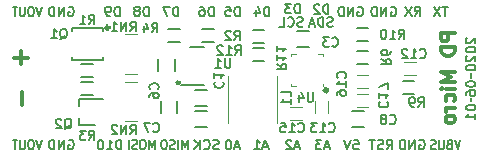
<source format=gbo>
G04 #@! TF.GenerationSoftware,KiCad,Pcbnew,(5.1.5)-3*
G04 #@! TF.CreationDate,2021-01-27T12:55:09+11:00*
G04 #@! TF.ProjectId,PD_Micro,50445f4d-6963-4726-9f2e-6b696361645f,rev?*
G04 #@! TF.SameCoordinates,PX7ce2370PY67d8790*
G04 #@! TF.FileFunction,Legend,Bot*
G04 #@! TF.FilePolarity,Positive*
%FSLAX46Y46*%
G04 Gerber Fmt 4.6, Leading zero omitted, Abs format (unit mm)*
G04 Created by KiCad (PCBNEW (5.1.5)-3) date 2021-01-27 12:55:09*
%MOMM*%
%LPD*%
G04 APERTURE LIST*
%ADD10C,0.150000*%
%ADD11C,0.300000*%
%ADD12C,0.120000*%
%ADD13C,0.200000*%
%ADD14C,0.400000*%
G04 APERTURE END LIST*
D10*
X27521428Y13266191D02*
X27407142Y13228096D01*
X27216666Y13228096D01*
X27140476Y13266191D01*
X27102380Y13304286D01*
X27064285Y13380477D01*
X27064285Y13456667D01*
X27102380Y13532858D01*
X27140476Y13570953D01*
X27216666Y13609048D01*
X27369047Y13647143D01*
X27445238Y13685239D01*
X27483333Y13723334D01*
X27521428Y13799524D01*
X27521428Y13875715D01*
X27483333Y13951905D01*
X27445238Y13990000D01*
X27369047Y14028096D01*
X27178571Y14028096D01*
X27064285Y13990000D01*
X26721428Y13228096D02*
X26721428Y14028096D01*
X26530952Y14028096D01*
X26416666Y13990000D01*
X26340476Y13913810D01*
X26302380Y13837620D01*
X26264285Y13685239D01*
X26264285Y13570953D01*
X26302380Y13418572D01*
X26340476Y13342381D01*
X26416666Y13266191D01*
X26530952Y13228096D01*
X26721428Y13228096D01*
X25959523Y13456667D02*
X25578571Y13456667D01*
X26035714Y13228096D02*
X25769047Y14028096D01*
X25502380Y13228096D01*
X2883333Y14928096D02*
X2650000Y14128096D01*
X2416666Y14928096D01*
X2050000Y14928096D02*
X1916666Y14928096D01*
X1850000Y14890000D01*
X1783333Y14813810D01*
X1750000Y14661429D01*
X1750000Y14394762D01*
X1783333Y14242381D01*
X1850000Y14166191D01*
X1916666Y14128096D01*
X2050000Y14128096D01*
X2116666Y14166191D01*
X2183333Y14242381D01*
X2216666Y14394762D01*
X2216666Y14661429D01*
X2183333Y14813810D01*
X2116666Y14890000D01*
X2050000Y14928096D01*
X1450000Y14928096D02*
X1450000Y14280477D01*
X1416666Y14204286D01*
X1383333Y14166191D01*
X1316666Y14128096D01*
X1183333Y14128096D01*
X1116666Y14166191D01*
X1083333Y14204286D01*
X1050000Y14280477D01*
X1050000Y14928096D01*
X816666Y14928096D02*
X416666Y14928096D01*
X616666Y14128096D02*
X616666Y14928096D01*
X5159523Y14890000D02*
X5235714Y14928096D01*
X5350000Y14928096D01*
X5464285Y14890000D01*
X5540476Y14813810D01*
X5578571Y14737620D01*
X5616666Y14585239D01*
X5616666Y14470953D01*
X5578571Y14318572D01*
X5540476Y14242381D01*
X5464285Y14166191D01*
X5350000Y14128096D01*
X5273809Y14128096D01*
X5159523Y14166191D01*
X5121428Y14204286D01*
X5121428Y14470953D01*
X5273809Y14470953D01*
X4778571Y14128096D02*
X4778571Y14928096D01*
X4321428Y14128096D01*
X4321428Y14928096D01*
X3940476Y14128096D02*
X3940476Y14928096D01*
X3750000Y14928096D01*
X3635714Y14890000D01*
X3559523Y14813810D01*
X3521428Y14737620D01*
X3483333Y14585239D01*
X3483333Y14470953D01*
X3521428Y14318572D01*
X3559523Y14242381D01*
X3635714Y14166191D01*
X3750000Y14128096D01*
X3940476Y14128096D01*
X2883333Y3628096D02*
X2650000Y2828096D01*
X2416666Y3628096D01*
X2050000Y3628096D02*
X1916666Y3628096D01*
X1850000Y3590000D01*
X1783333Y3513810D01*
X1750000Y3361429D01*
X1750000Y3094762D01*
X1783333Y2942381D01*
X1850000Y2866191D01*
X1916666Y2828096D01*
X2050000Y2828096D01*
X2116666Y2866191D01*
X2183333Y2942381D01*
X2216666Y3094762D01*
X2216666Y3361429D01*
X2183333Y3513810D01*
X2116666Y3590000D01*
X2050000Y3628096D01*
X1450000Y3628096D02*
X1450000Y2980477D01*
X1416666Y2904286D01*
X1383333Y2866191D01*
X1316666Y2828096D01*
X1183333Y2828096D01*
X1116666Y2866191D01*
X1083333Y2904286D01*
X1050000Y2980477D01*
X1050000Y3628096D01*
X816666Y3628096D02*
X416666Y3628096D01*
X616666Y2828096D02*
X616666Y3628096D01*
X5159523Y3590000D02*
X5235714Y3628096D01*
X5350000Y3628096D01*
X5464285Y3590000D01*
X5540476Y3513810D01*
X5578571Y3437620D01*
X5616666Y3285239D01*
X5616666Y3170953D01*
X5578571Y3018572D01*
X5540476Y2942381D01*
X5464285Y2866191D01*
X5350000Y2828096D01*
X5273809Y2828096D01*
X5159523Y2866191D01*
X5121428Y2904286D01*
X5121428Y3170953D01*
X5273809Y3170953D01*
X4778571Y2828096D02*
X4778571Y3628096D01*
X4321428Y2828096D01*
X4321428Y3628096D01*
X3940476Y2828096D02*
X3940476Y3628096D01*
X3750000Y3628096D01*
X3635714Y3590000D01*
X3559523Y3513810D01*
X3521428Y3437620D01*
X3483333Y3285239D01*
X3483333Y3170953D01*
X3521428Y3018572D01*
X3559523Y2942381D01*
X3635714Y2866191D01*
X3750000Y2828096D01*
X3940476Y2828096D01*
X39250000Y7190000D02*
X39250000Y6890000D01*
X39250000Y9290000D02*
X39250000Y8890000D01*
X38811904Y6409048D02*
X38811904Y6332858D01*
X38850000Y6256667D01*
X38888095Y6218572D01*
X38964285Y6180477D01*
X39116666Y6142381D01*
X39307142Y6142381D01*
X39459523Y6180477D01*
X39535714Y6218572D01*
X39573809Y6256667D01*
X39611904Y6332858D01*
X39611904Y6409048D01*
X39573809Y6485239D01*
X39535714Y6523334D01*
X39459523Y6561429D01*
X39307142Y6599524D01*
X39116666Y6599524D01*
X38964285Y6561429D01*
X38888095Y6523334D01*
X38850000Y6485239D01*
X38811904Y6409048D01*
X39611904Y5380477D02*
X39611904Y5837620D01*
X39611904Y5609048D02*
X38811904Y5609048D01*
X38926190Y5685239D01*
X39002380Y5761429D01*
X39040476Y5837620D01*
X38811904Y8409048D02*
X38811904Y8332858D01*
X38850000Y8256667D01*
X38888095Y8218572D01*
X38964285Y8180477D01*
X39116666Y8142381D01*
X39307142Y8142381D01*
X39459523Y8180477D01*
X39535714Y8218572D01*
X39573809Y8256667D01*
X39611904Y8332858D01*
X39611904Y8409048D01*
X39573809Y8485239D01*
X39535714Y8523334D01*
X39459523Y8561429D01*
X39307142Y8599524D01*
X39116666Y8599524D01*
X38964285Y8561429D01*
X38888095Y8523334D01*
X38850000Y8485239D01*
X38811904Y8409048D01*
X38811904Y7456667D02*
X38811904Y7609048D01*
X38850000Y7685239D01*
X38888095Y7723334D01*
X39002380Y7799524D01*
X39154761Y7837620D01*
X39459523Y7837620D01*
X39535714Y7799524D01*
X39573809Y7761429D01*
X39611904Y7685239D01*
X39611904Y7532858D01*
X39573809Y7456667D01*
X39535714Y7418572D01*
X39459523Y7380477D01*
X39269047Y7380477D01*
X39192857Y7418572D01*
X39154761Y7456667D01*
X39116666Y7532858D01*
X39116666Y7685239D01*
X39154761Y7761429D01*
X39192857Y7799524D01*
X39269047Y7837620D01*
X25002380Y13266191D02*
X24888095Y13228096D01*
X24697619Y13228096D01*
X24621428Y13266191D01*
X24583333Y13304286D01*
X24545238Y13380477D01*
X24545238Y13456667D01*
X24583333Y13532858D01*
X24621428Y13570953D01*
X24697619Y13609048D01*
X24850000Y13647143D01*
X24926190Y13685239D01*
X24964285Y13723334D01*
X25002380Y13799524D01*
X25002380Y13875715D01*
X24964285Y13951905D01*
X24926190Y13990000D01*
X24850000Y14028096D01*
X24659523Y14028096D01*
X24545238Y13990000D01*
X23745238Y13304286D02*
X23783333Y13266191D01*
X23897619Y13228096D01*
X23973809Y13228096D01*
X24088095Y13266191D01*
X24164285Y13342381D01*
X24202380Y13418572D01*
X24240476Y13570953D01*
X24240476Y13685239D01*
X24202380Y13837620D01*
X24164285Y13913810D01*
X24088095Y13990000D01*
X23973809Y14028096D01*
X23897619Y14028096D01*
X23783333Y13990000D01*
X23745238Y13951905D01*
X23021428Y13228096D02*
X23402380Y13228096D01*
X23402380Y14028096D01*
X37259523Y14928096D02*
X36802380Y14928096D01*
X37030952Y14128096D02*
X37030952Y14928096D01*
X36611904Y14928096D02*
X36078571Y14128096D01*
X36078571Y14928096D02*
X36611904Y14128096D01*
X34483333Y14128096D02*
X34750000Y14509048D01*
X34940476Y14128096D02*
X34940476Y14928096D01*
X34635714Y14928096D01*
X34559523Y14890000D01*
X34521428Y14851905D01*
X34483333Y14775715D01*
X34483333Y14661429D01*
X34521428Y14585239D01*
X34559523Y14547143D01*
X34635714Y14509048D01*
X34940476Y14509048D01*
X34216666Y14928096D02*
X33683333Y14128096D01*
X33683333Y14928096D02*
X34216666Y14128096D01*
X32459523Y14890000D02*
X32535714Y14928096D01*
X32650000Y14928096D01*
X32764285Y14890000D01*
X32840476Y14813810D01*
X32878571Y14737620D01*
X32916666Y14585239D01*
X32916666Y14470953D01*
X32878571Y14318572D01*
X32840476Y14242381D01*
X32764285Y14166191D01*
X32650000Y14128096D01*
X32573809Y14128096D01*
X32459523Y14166191D01*
X32421428Y14204286D01*
X32421428Y14470953D01*
X32573809Y14470953D01*
X32078571Y14128096D02*
X32078571Y14928096D01*
X31621428Y14128096D01*
X31621428Y14928096D01*
X31240476Y14128096D02*
X31240476Y14928096D01*
X31050000Y14928096D01*
X30935714Y14890000D01*
X30859523Y14813810D01*
X30821428Y14737620D01*
X30783333Y14585239D01*
X30783333Y14470953D01*
X30821428Y14318572D01*
X30859523Y14242381D01*
X30935714Y14166191D01*
X31050000Y14128096D01*
X31240476Y14128096D01*
X29659523Y14890000D02*
X29735714Y14928096D01*
X29850000Y14928096D01*
X29964285Y14890000D01*
X30040476Y14813810D01*
X30078571Y14737620D01*
X30116666Y14585239D01*
X30116666Y14470953D01*
X30078571Y14318572D01*
X30040476Y14242381D01*
X29964285Y14166191D01*
X29850000Y14128096D01*
X29773809Y14128096D01*
X29659523Y14166191D01*
X29621428Y14204286D01*
X29621428Y14470953D01*
X29773809Y14470953D01*
X29278571Y14128096D02*
X29278571Y14928096D01*
X28821428Y14128096D01*
X28821428Y14928096D01*
X28440476Y14128096D02*
X28440476Y14928096D01*
X28250000Y14928096D01*
X28135714Y14890000D01*
X28059523Y14813810D01*
X28021428Y14737620D01*
X27983333Y14585239D01*
X27983333Y14470953D01*
X28021428Y14318572D01*
X28059523Y14242381D01*
X28135714Y14166191D01*
X28250000Y14128096D01*
X28440476Y14128096D01*
X27140476Y14328096D02*
X27140476Y15128096D01*
X26950000Y15128096D01*
X26835714Y15090000D01*
X26759523Y15013810D01*
X26721428Y14937620D01*
X26683333Y14785239D01*
X26683333Y14670953D01*
X26721428Y14518572D01*
X26759523Y14442381D01*
X26835714Y14366191D01*
X26950000Y14328096D01*
X27140476Y14328096D01*
X26378571Y15051905D02*
X26340476Y15090000D01*
X26264285Y15128096D01*
X26073809Y15128096D01*
X25997619Y15090000D01*
X25959523Y15051905D01*
X25921428Y14975715D01*
X25921428Y14899524D01*
X25959523Y14785239D01*
X26416666Y14328096D01*
X25921428Y14328096D01*
X24740476Y14338096D02*
X24740476Y15138096D01*
X24550000Y15138096D01*
X24435714Y15100000D01*
X24359523Y15023810D01*
X24321428Y14947620D01*
X24283333Y14795239D01*
X24283333Y14680953D01*
X24321428Y14528572D01*
X24359523Y14452381D01*
X24435714Y14376191D01*
X24550000Y14338096D01*
X24740476Y14338096D01*
X24016666Y15138096D02*
X23521428Y15138096D01*
X23788095Y14833334D01*
X23673809Y14833334D01*
X23597619Y14795239D01*
X23559523Y14757143D01*
X23521428Y14680953D01*
X23521428Y14490477D01*
X23559523Y14414286D01*
X23597619Y14376191D01*
X23673809Y14338096D01*
X23902380Y14338096D01*
X23978571Y14376191D01*
X24016666Y14414286D01*
X22140476Y14128096D02*
X22140476Y14928096D01*
X21950000Y14928096D01*
X21835714Y14890000D01*
X21759523Y14813810D01*
X21721428Y14737620D01*
X21683333Y14585239D01*
X21683333Y14470953D01*
X21721428Y14318572D01*
X21759523Y14242381D01*
X21835714Y14166191D01*
X21950000Y14128096D01*
X22140476Y14128096D01*
X20997619Y14661429D02*
X20997619Y14128096D01*
X21188095Y14966191D02*
X21378571Y14394762D01*
X20883333Y14394762D01*
X19640476Y14128096D02*
X19640476Y14928096D01*
X19450000Y14928096D01*
X19335714Y14890000D01*
X19259523Y14813810D01*
X19221428Y14737620D01*
X19183333Y14585239D01*
X19183333Y14470953D01*
X19221428Y14318572D01*
X19259523Y14242381D01*
X19335714Y14166191D01*
X19450000Y14128096D01*
X19640476Y14128096D01*
X18459523Y14928096D02*
X18840476Y14928096D01*
X18878571Y14547143D01*
X18840476Y14585239D01*
X18764285Y14623334D01*
X18573809Y14623334D01*
X18497619Y14585239D01*
X18459523Y14547143D01*
X18421428Y14470953D01*
X18421428Y14280477D01*
X18459523Y14204286D01*
X18497619Y14166191D01*
X18573809Y14128096D01*
X18764285Y14128096D01*
X18840476Y14166191D01*
X18878571Y14204286D01*
X17440476Y14128096D02*
X17440476Y14928096D01*
X17250000Y14928096D01*
X17135714Y14890000D01*
X17059523Y14813810D01*
X17021428Y14737620D01*
X16983333Y14585239D01*
X16983333Y14470953D01*
X17021428Y14318572D01*
X17059523Y14242381D01*
X17135714Y14166191D01*
X17250000Y14128096D01*
X17440476Y14128096D01*
X16297619Y14928096D02*
X16450000Y14928096D01*
X16526190Y14890000D01*
X16564285Y14851905D01*
X16640476Y14737620D01*
X16678571Y14585239D01*
X16678571Y14280477D01*
X16640476Y14204286D01*
X16602380Y14166191D01*
X16526190Y14128096D01*
X16373809Y14128096D01*
X16297619Y14166191D01*
X16259523Y14204286D01*
X16221428Y14280477D01*
X16221428Y14470953D01*
X16259523Y14547143D01*
X16297619Y14585239D01*
X16373809Y14623334D01*
X16526190Y14623334D01*
X16602380Y14585239D01*
X16640476Y14547143D01*
X16678571Y14470953D01*
X14440476Y14128096D02*
X14440476Y14928096D01*
X14250000Y14928096D01*
X14135714Y14890000D01*
X14059523Y14813810D01*
X14021428Y14737620D01*
X13983333Y14585239D01*
X13983333Y14470953D01*
X14021428Y14318572D01*
X14059523Y14242381D01*
X14135714Y14166191D01*
X14250000Y14128096D01*
X14440476Y14128096D01*
X13716666Y14928096D02*
X13183333Y14928096D01*
X13526190Y14128096D01*
X11940476Y14128096D02*
X11940476Y14928096D01*
X11750000Y14928096D01*
X11635714Y14890000D01*
X11559523Y14813810D01*
X11521428Y14737620D01*
X11483333Y14585239D01*
X11483333Y14470953D01*
X11521428Y14318572D01*
X11559523Y14242381D01*
X11635714Y14166191D01*
X11750000Y14128096D01*
X11940476Y14128096D01*
X11026190Y14585239D02*
X11102380Y14623334D01*
X11140476Y14661429D01*
X11178571Y14737620D01*
X11178571Y14775715D01*
X11140476Y14851905D01*
X11102380Y14890000D01*
X11026190Y14928096D01*
X10873809Y14928096D01*
X10797619Y14890000D01*
X10759523Y14851905D01*
X10721428Y14775715D01*
X10721428Y14737620D01*
X10759523Y14661429D01*
X10797619Y14623334D01*
X10873809Y14585239D01*
X11026190Y14585239D01*
X11102380Y14547143D01*
X11140476Y14509048D01*
X11178571Y14432858D01*
X11178571Y14280477D01*
X11140476Y14204286D01*
X11102380Y14166191D01*
X11026190Y14128096D01*
X10873809Y14128096D01*
X10797619Y14166191D01*
X10759523Y14204286D01*
X10721428Y14280477D01*
X10721428Y14432858D01*
X10759523Y14509048D01*
X10797619Y14547143D01*
X10873809Y14585239D01*
X9490476Y14128096D02*
X9490476Y14928096D01*
X9300000Y14928096D01*
X9185714Y14890000D01*
X9109523Y14813810D01*
X9071428Y14737620D01*
X9033333Y14585239D01*
X9033333Y14470953D01*
X9071428Y14318572D01*
X9109523Y14242381D01*
X9185714Y14166191D01*
X9300000Y14128096D01*
X9490476Y14128096D01*
X8652380Y14128096D02*
X8500000Y14128096D01*
X8423809Y14166191D01*
X8385714Y14204286D01*
X8309523Y14318572D01*
X8271428Y14470953D01*
X8271428Y14775715D01*
X8309523Y14851905D01*
X8347619Y14890000D01*
X8423809Y14928096D01*
X8576190Y14928096D01*
X8652380Y14890000D01*
X8690476Y14851905D01*
X8728571Y14775715D01*
X8728571Y14585239D01*
X8690476Y14509048D01*
X8652380Y14470953D01*
X8576190Y14432858D01*
X8423809Y14432858D01*
X8347619Y14470953D01*
X8309523Y14509048D01*
X8271428Y14585239D01*
X32088095Y2828096D02*
X32354761Y3209048D01*
X32545238Y2828096D02*
X32545238Y3628096D01*
X32240476Y3628096D01*
X32164285Y3590000D01*
X32126190Y3551905D01*
X32088095Y3475715D01*
X32088095Y3361429D01*
X32126190Y3285239D01*
X32164285Y3247143D01*
X32240476Y3209048D01*
X32545238Y3209048D01*
X31783333Y2866191D02*
X31669047Y2828096D01*
X31478571Y2828096D01*
X31402380Y2866191D01*
X31364285Y2904286D01*
X31326190Y2980477D01*
X31326190Y3056667D01*
X31364285Y3132858D01*
X31402380Y3170953D01*
X31478571Y3209048D01*
X31630952Y3247143D01*
X31707142Y3285239D01*
X31745238Y3323334D01*
X31783333Y3399524D01*
X31783333Y3475715D01*
X31745238Y3551905D01*
X31707142Y3590000D01*
X31630952Y3628096D01*
X31440476Y3628096D01*
X31326190Y3590000D01*
X31097619Y3628096D02*
X30640476Y3628096D01*
X30869047Y2828096D02*
X30869047Y3628096D01*
X38333333Y3628096D02*
X38100000Y2828096D01*
X37866666Y3628096D01*
X37400000Y3247143D02*
X37300000Y3209048D01*
X37266666Y3170953D01*
X37233333Y3094762D01*
X37233333Y2980477D01*
X37266666Y2904286D01*
X37300000Y2866191D01*
X37366666Y2828096D01*
X37633333Y2828096D01*
X37633333Y3628096D01*
X37400000Y3628096D01*
X37333333Y3590000D01*
X37300000Y3551905D01*
X37266666Y3475715D01*
X37266666Y3399524D01*
X37300000Y3323334D01*
X37333333Y3285239D01*
X37400000Y3247143D01*
X37633333Y3247143D01*
X36933333Y3628096D02*
X36933333Y2980477D01*
X36900000Y2904286D01*
X36866666Y2866191D01*
X36800000Y2828096D01*
X36666666Y2828096D01*
X36600000Y2866191D01*
X36566666Y2904286D01*
X36533333Y2980477D01*
X36533333Y3628096D01*
X36233333Y2866191D02*
X36133333Y2828096D01*
X35966666Y2828096D01*
X35900000Y2866191D01*
X35866666Y2904286D01*
X35833333Y2980477D01*
X35833333Y3056667D01*
X35866666Y3132858D01*
X35900000Y3170953D01*
X35966666Y3209048D01*
X36100000Y3247143D01*
X36166666Y3285239D01*
X36200000Y3323334D01*
X36233333Y3399524D01*
X36233333Y3475715D01*
X36200000Y3551905D01*
X36166666Y3590000D01*
X36100000Y3628096D01*
X35933333Y3628096D01*
X35833333Y3590000D01*
X34859523Y3590000D02*
X34935714Y3628096D01*
X35050000Y3628096D01*
X35164285Y3590000D01*
X35240476Y3513810D01*
X35278571Y3437620D01*
X35316666Y3285239D01*
X35316666Y3170953D01*
X35278571Y3018572D01*
X35240476Y2942381D01*
X35164285Y2866191D01*
X35050000Y2828096D01*
X34973809Y2828096D01*
X34859523Y2866191D01*
X34821428Y2904286D01*
X34821428Y3170953D01*
X34973809Y3170953D01*
X34478571Y2828096D02*
X34478571Y3628096D01*
X34021428Y2828096D01*
X34021428Y3628096D01*
X33640476Y2828096D02*
X33640476Y3628096D01*
X33450000Y3628096D01*
X33335714Y3590000D01*
X33259523Y3513810D01*
X33221428Y3437620D01*
X33183333Y3285239D01*
X33183333Y3170953D01*
X33221428Y3018572D01*
X33259523Y2942381D01*
X33335714Y2866191D01*
X33450000Y2828096D01*
X33640476Y2828096D01*
X29302380Y3628096D02*
X29683333Y3628096D01*
X29721428Y3247143D01*
X29683333Y3285239D01*
X29607142Y3323334D01*
X29416666Y3323334D01*
X29340476Y3285239D01*
X29302380Y3247143D01*
X29264285Y3170953D01*
X29264285Y2980477D01*
X29302380Y2904286D01*
X29340476Y2866191D01*
X29416666Y2828096D01*
X29607142Y2828096D01*
X29683333Y2866191D01*
X29721428Y2904286D01*
X29035714Y3628096D02*
X28769047Y2828096D01*
X28502380Y3628096D01*
X27221428Y3056667D02*
X26840476Y3056667D01*
X27297619Y2828096D02*
X27030952Y3628096D01*
X26764285Y2828096D01*
X26573809Y3628096D02*
X26078571Y3628096D01*
X26345238Y3323334D01*
X26230952Y3323334D01*
X26154761Y3285239D01*
X26116666Y3247143D01*
X26078571Y3170953D01*
X26078571Y2980477D01*
X26116666Y2904286D01*
X26154761Y2866191D01*
X26230952Y2828096D01*
X26459523Y2828096D01*
X26535714Y2866191D01*
X26573809Y2904286D01*
X24721428Y3056667D02*
X24340476Y3056667D01*
X24797619Y2828096D02*
X24530952Y3628096D01*
X24264285Y2828096D01*
X24035714Y3551905D02*
X23997619Y3590000D01*
X23921428Y3628096D01*
X23730952Y3628096D01*
X23654761Y3590000D01*
X23616666Y3551905D01*
X23578571Y3475715D01*
X23578571Y3399524D01*
X23616666Y3285239D01*
X24073809Y2828096D01*
X23578571Y2828096D01*
X22021428Y3056667D02*
X21640476Y3056667D01*
X22097619Y2828096D02*
X21830952Y3628096D01*
X21564285Y2828096D01*
X20878571Y2828096D02*
X21335714Y2828096D01*
X21107142Y2828096D02*
X21107142Y3628096D01*
X21183333Y3513810D01*
X21259523Y3437620D01*
X21335714Y3399524D01*
X19621428Y3056667D02*
X19240476Y3056667D01*
X19697619Y2828096D02*
X19430952Y3628096D01*
X19164285Y2828096D01*
X18745238Y3628096D02*
X18669047Y3628096D01*
X18592857Y3590000D01*
X18554761Y3551905D01*
X18516666Y3475715D01*
X18478571Y3323334D01*
X18478571Y3132858D01*
X18516666Y2980477D01*
X18554761Y2904286D01*
X18592857Y2866191D01*
X18669047Y2828096D01*
X18745238Y2828096D01*
X18821428Y2866191D01*
X18859523Y2904286D01*
X18897619Y2980477D01*
X18935714Y3132858D01*
X18935714Y3323334D01*
X18897619Y3475715D01*
X18859523Y3551905D01*
X18821428Y3590000D01*
X18745238Y3628096D01*
X9621428Y2828096D02*
X9621428Y3628096D01*
X9430952Y3628096D01*
X9316666Y3590000D01*
X9240476Y3513810D01*
X9202380Y3437620D01*
X9164285Y3285239D01*
X9164285Y3170953D01*
X9202380Y3018572D01*
X9240476Y2942381D01*
X9316666Y2866191D01*
X9430952Y2828096D01*
X9621428Y2828096D01*
X8402380Y2828096D02*
X8859523Y2828096D01*
X8630952Y2828096D02*
X8630952Y3628096D01*
X8707142Y3513810D01*
X8783333Y3437620D01*
X8859523Y3399524D01*
X7907142Y3628096D02*
X7830952Y3628096D01*
X7754761Y3590000D01*
X7716666Y3551905D01*
X7678571Y3475715D01*
X7640476Y3323334D01*
X7640476Y3132858D01*
X7678571Y2980477D01*
X7716666Y2904286D01*
X7754761Y2866191D01*
X7830952Y2828096D01*
X7907142Y2828096D01*
X7983333Y2866191D01*
X8021428Y2904286D01*
X8059523Y2980477D01*
X8097619Y3132858D01*
X8097619Y3323334D01*
X8059523Y3475715D01*
X8021428Y3551905D01*
X7983333Y3590000D01*
X7907142Y3628096D01*
X17878571Y2866191D02*
X17764285Y2828096D01*
X17573809Y2828096D01*
X17497619Y2866191D01*
X17459523Y2904286D01*
X17421428Y2980477D01*
X17421428Y3056667D01*
X17459523Y3132858D01*
X17497619Y3170953D01*
X17573809Y3209048D01*
X17726190Y3247143D01*
X17802380Y3285239D01*
X17840476Y3323334D01*
X17878571Y3399524D01*
X17878571Y3475715D01*
X17840476Y3551905D01*
X17802380Y3590000D01*
X17726190Y3628096D01*
X17535714Y3628096D01*
X17421428Y3590000D01*
X16621428Y2904286D02*
X16659523Y2866191D01*
X16773809Y2828096D01*
X16850000Y2828096D01*
X16964285Y2866191D01*
X17040476Y2942381D01*
X17078571Y3018572D01*
X17116666Y3170953D01*
X17116666Y3285239D01*
X17078571Y3437620D01*
X17040476Y3513810D01*
X16964285Y3590000D01*
X16850000Y3628096D01*
X16773809Y3628096D01*
X16659523Y3590000D01*
X16621428Y3551905D01*
X16278571Y2828096D02*
X16278571Y3628096D01*
X15821428Y2828096D02*
X16164285Y3285239D01*
X15821428Y3628096D02*
X16278571Y3170953D01*
X15250000Y2828096D02*
X15250000Y3628096D01*
X15016666Y3056667D01*
X14783333Y3628096D01*
X14783333Y2828096D01*
X14450000Y2828096D02*
X14450000Y3628096D01*
X14150000Y2866191D02*
X14050000Y2828096D01*
X13883333Y2828096D01*
X13816666Y2866191D01*
X13783333Y2904286D01*
X13750000Y2980477D01*
X13750000Y3056667D01*
X13783333Y3132858D01*
X13816666Y3170953D01*
X13883333Y3209048D01*
X14016666Y3247143D01*
X14083333Y3285239D01*
X14116666Y3323334D01*
X14150000Y3399524D01*
X14150000Y3475715D01*
X14116666Y3551905D01*
X14083333Y3590000D01*
X14016666Y3628096D01*
X13850000Y3628096D01*
X13750000Y3590000D01*
X13316666Y3628096D02*
X13183333Y3628096D01*
X13116666Y3590000D01*
X13050000Y3513810D01*
X13016666Y3361429D01*
X13016666Y3094762D01*
X13050000Y2942381D01*
X13116666Y2866191D01*
X13183333Y2828096D01*
X13316666Y2828096D01*
X13383333Y2866191D01*
X13450000Y2942381D01*
X13483333Y3094762D01*
X13483333Y3361429D01*
X13450000Y3513810D01*
X13383333Y3590000D01*
X13316666Y3628096D01*
X12450000Y2828096D02*
X12450000Y3628096D01*
X12216666Y3056667D01*
X11983333Y3628096D01*
X11983333Y2828096D01*
X11516666Y3628096D02*
X11383333Y3628096D01*
X11316666Y3590000D01*
X11250000Y3513810D01*
X11216666Y3361429D01*
X11216666Y3094762D01*
X11250000Y2942381D01*
X11316666Y2866191D01*
X11383333Y2828096D01*
X11516666Y2828096D01*
X11583333Y2866191D01*
X11650000Y2942381D01*
X11683333Y3094762D01*
X11683333Y3361429D01*
X11650000Y3513810D01*
X11583333Y3590000D01*
X11516666Y3628096D01*
X10950000Y2866191D02*
X10850000Y2828096D01*
X10683333Y2828096D01*
X10616666Y2866191D01*
X10583333Y2904286D01*
X10550000Y2980477D01*
X10550000Y3056667D01*
X10583333Y3132858D01*
X10616666Y3170953D01*
X10683333Y3209048D01*
X10816666Y3247143D01*
X10883333Y3285239D01*
X10916666Y3323334D01*
X10950000Y3399524D01*
X10950000Y3475715D01*
X10916666Y3551905D01*
X10883333Y3590000D01*
X10816666Y3628096D01*
X10650000Y3628096D01*
X10550000Y3590000D01*
X10250000Y2828096D02*
X10250000Y3628096D01*
D11*
X1705000Y10592858D02*
X562143Y10592858D01*
X1133571Y10021429D02*
X1133571Y11164286D01*
X1192857Y6552143D02*
X1192857Y7695000D01*
D10*
X38888095Y12261429D02*
X38850000Y12223334D01*
X38811904Y12147143D01*
X38811904Y11956667D01*
X38850000Y11880477D01*
X38888095Y11842381D01*
X38964285Y11804286D01*
X39040476Y11804286D01*
X39154761Y11842381D01*
X39611904Y12299524D01*
X39611904Y11804286D01*
X38811904Y11309048D02*
X38811904Y11232858D01*
X38850000Y11156667D01*
X38888095Y11118572D01*
X38964285Y11080477D01*
X39116666Y11042381D01*
X39307142Y11042381D01*
X39459523Y11080477D01*
X39535714Y11118572D01*
X39573809Y11156667D01*
X39611904Y11232858D01*
X39611904Y11309048D01*
X39573809Y11385239D01*
X39535714Y11423334D01*
X39459523Y11461429D01*
X39307142Y11499524D01*
X39116666Y11499524D01*
X38964285Y11461429D01*
X38888095Y11423334D01*
X38850000Y11385239D01*
X38811904Y11309048D01*
X38888095Y10737620D02*
X38850000Y10699524D01*
X38811904Y10623334D01*
X38811904Y10432858D01*
X38850000Y10356667D01*
X38888095Y10318572D01*
X38964285Y10280477D01*
X39040476Y10280477D01*
X39154761Y10318572D01*
X39611904Y10775715D01*
X39611904Y10280477D01*
X38811904Y9785239D02*
X38811904Y9709048D01*
X38850000Y9632858D01*
X38888095Y9594762D01*
X38964285Y9556667D01*
X39116666Y9518572D01*
X39307142Y9518572D01*
X39459523Y9556667D01*
X39535714Y9594762D01*
X39573809Y9632858D01*
X39611904Y9709048D01*
X39611904Y9785239D01*
X39573809Y9861429D01*
X39535714Y9899524D01*
X39459523Y9937620D01*
X39307142Y9975715D01*
X39116666Y9975715D01*
X38964285Y9937620D01*
X38888095Y9899524D01*
X38850000Y9861429D01*
X38811904Y9785239D01*
D11*
X37892857Y12661429D02*
X36692857Y12661429D01*
X36692857Y12204286D01*
X36750000Y12090000D01*
X36807142Y12032858D01*
X36921428Y11975715D01*
X37092857Y11975715D01*
X37207142Y12032858D01*
X37264285Y12090000D01*
X37321428Y12204286D01*
X37321428Y12661429D01*
X37892857Y11461429D02*
X36692857Y11461429D01*
X36692857Y11175715D01*
X36750000Y11004286D01*
X36864285Y10890000D01*
X36978571Y10832858D01*
X37207142Y10775715D01*
X37378571Y10775715D01*
X37607142Y10832858D01*
X37721428Y10890000D01*
X37835714Y11004286D01*
X37892857Y11175715D01*
X37892857Y11461429D01*
X37892857Y9347143D02*
X36692857Y9347143D01*
X37550000Y8947143D01*
X36692857Y8547143D01*
X37892857Y8547143D01*
X37892857Y7975715D02*
X37092857Y7975715D01*
X36692857Y7975715D02*
X36750000Y8032858D01*
X36807142Y7975715D01*
X36750000Y7918572D01*
X36692857Y7975715D01*
X36807142Y7975715D01*
X37835714Y6890000D02*
X37892857Y7004286D01*
X37892857Y7232858D01*
X37835714Y7347143D01*
X37778571Y7404286D01*
X37664285Y7461429D01*
X37321428Y7461429D01*
X37207142Y7404286D01*
X37150000Y7347143D01*
X37092857Y7232858D01*
X37092857Y7004286D01*
X37150000Y6890000D01*
X37892857Y6375715D02*
X37092857Y6375715D01*
X37321428Y6375715D02*
X37207142Y6318572D01*
X37150000Y6261429D01*
X37092857Y6147143D01*
X37092857Y6032858D01*
X37892857Y5461429D02*
X37835714Y5575715D01*
X37778571Y5632858D01*
X37664285Y5690000D01*
X37321428Y5690000D01*
X37207142Y5632858D01*
X37150000Y5575715D01*
X37092857Y5461429D01*
X37092857Y5290000D01*
X37150000Y5175715D01*
X37207142Y5118572D01*
X37321428Y5061429D01*
X37664285Y5061429D01*
X37778571Y5118572D01*
X37835714Y5175715D01*
X37892857Y5290000D01*
X37892857Y5461429D01*
D12*
X18650000Y9040000D02*
X18650000Y5040000D01*
X22850000Y9040000D02*
X22850000Y5040000D01*
D13*
X8050000Y13140000D02*
X8050000Y12890000D01*
X8050000Y13140000D02*
X5450000Y13140000D01*
X5450000Y13140000D02*
X5450000Y12890000D01*
X5450000Y10440000D02*
X5450000Y10690000D01*
X8050000Y10440000D02*
X8050000Y10690000D01*
X5450000Y10440000D02*
X8050000Y10440000D01*
D11*
X8600000Y13140000D02*
G75*
G03X8600000Y13140000I-150000J0D01*
G01*
D12*
X26720000Y10712500D02*
X26720000Y10922500D01*
X23980000Y10712500D02*
X23980000Y10922500D01*
D14*
X27050000Y7852500D02*
G75*
G03X27050000Y7852500I-100000J0D01*
G01*
D12*
X26720000Y8392500D02*
X26720000Y8182500D01*
X26720000Y10922500D02*
X26260000Y10922500D01*
X23980000Y8392500D02*
X23980000Y8182500D01*
X23980000Y8182500D02*
X24440000Y8182500D01*
X23980000Y10922500D02*
X24440000Y10922500D01*
D10*
X7430000Y4890000D02*
X6050000Y4890000D01*
X6050000Y7090000D02*
X8050000Y7090000D01*
X6050000Y7090000D02*
X6050000Y6490000D01*
X6050000Y5490000D02*
X6050000Y4890000D01*
X7250000Y8540000D02*
X6250000Y8540000D01*
X6250000Y7440000D02*
X7250000Y7440000D01*
X6250000Y8940000D02*
X7250000Y8940000D01*
X7250000Y10040000D02*
X6250000Y10040000D01*
X14700000Y8265000D02*
X16625000Y8265000D01*
X15475000Y11515000D02*
X16625000Y11515000D01*
D11*
X14550000Y8490000D02*
G75*
G03X14550000Y8490000I-100000J0D01*
G01*
D12*
X29550000Y6440000D02*
X30550000Y6440000D01*
X30550000Y7540000D02*
X29550000Y7540000D01*
X29550000Y8040000D02*
X30550000Y8040000D01*
X30550000Y9140000D02*
X29550000Y9140000D01*
X23950000Y5340000D02*
X24950000Y5340000D01*
X24950000Y6440000D02*
X23950000Y6440000D01*
D10*
X14600000Y13040000D02*
X13600000Y13040000D01*
X13600000Y11940000D02*
X14600000Y11940000D01*
X17500000Y13040000D02*
X16500000Y13040000D01*
X16500000Y11940000D02*
X17500000Y11940000D01*
X15850000Y6090000D02*
X16850000Y6090000D01*
X16850000Y4690000D02*
X15850000Y4690000D01*
X24500000Y12890000D02*
X25500000Y12890000D01*
X25500000Y11490000D02*
X24500000Y11490000D01*
X16850000Y6490000D02*
X15850000Y6490000D01*
X15850000Y7890000D02*
X16850000Y7890000D01*
X20750000Y10340000D02*
X21750000Y10340000D01*
X21750000Y11440000D02*
X20750000Y11440000D01*
X20750000Y11840000D02*
X21750000Y11840000D01*
X21750000Y12940000D02*
X20750000Y12940000D01*
D12*
X26000000Y6890000D02*
X26000000Y5890000D01*
X27100000Y5890000D02*
X27100000Y6890000D01*
D10*
X30550000Y13090000D02*
X29550000Y13090000D01*
X29550000Y11990000D02*
X30550000Y11990000D01*
X30550000Y11190000D02*
X29550000Y11190000D01*
X29550000Y10090000D02*
X30550000Y10090000D01*
D12*
X9950000Y8570000D02*
X10950000Y8570000D01*
X9950000Y5210000D02*
X10950000Y5210000D01*
X9950000Y12570000D02*
X10950000Y12570000D01*
X9950000Y9210000D02*
X10950000Y9210000D01*
D10*
X34450000Y8640000D02*
X33450000Y8640000D01*
X33450000Y7540000D02*
X34450000Y7540000D01*
D12*
X34550000Y10240000D02*
X33550000Y10240000D01*
X33550000Y9140000D02*
X34550000Y9140000D01*
D10*
X29150000Y6090000D02*
X30150000Y6090000D01*
X30150000Y4690000D02*
X29150000Y4690000D01*
X14350000Y6890000D02*
X14350000Y5890000D01*
X12950000Y5890000D02*
X12950000Y6890000D01*
X12750000Y9490000D02*
X12750000Y10490000D01*
X14150000Y10490000D02*
X14150000Y9490000D01*
X23961904Y7323334D02*
X23961904Y7704286D01*
X23161904Y7704286D01*
X23961904Y6637620D02*
X23961904Y7094762D01*
X23961904Y6866191D02*
X23161904Y6866191D01*
X23276190Y6942381D01*
X23352380Y7018572D01*
X23390476Y7094762D01*
X4426190Y12151905D02*
X4502380Y12190000D01*
X4578571Y12266191D01*
X4692857Y12380477D01*
X4769047Y12418572D01*
X4845238Y12418572D01*
X4807142Y12228096D02*
X4883333Y12266191D01*
X4959523Y12342381D01*
X4997619Y12494762D01*
X4997619Y12761429D01*
X4959523Y12913810D01*
X4883333Y12990000D01*
X4807142Y13028096D01*
X4654761Y13028096D01*
X4578571Y12990000D01*
X4502380Y12913810D01*
X4464285Y12761429D01*
X4464285Y12494762D01*
X4502380Y12342381D01*
X4578571Y12266191D01*
X4654761Y12228096D01*
X4807142Y12228096D01*
X3702380Y12228096D02*
X4159523Y12228096D01*
X3930952Y12228096D02*
X3930952Y13028096D01*
X4007142Y12913810D01*
X4083333Y12837620D01*
X4159523Y12799524D01*
X25859523Y7678096D02*
X25859523Y7030477D01*
X25821428Y6954286D01*
X25783333Y6916191D01*
X25707142Y6878096D01*
X25554761Y6878096D01*
X25478571Y6916191D01*
X25440476Y6954286D01*
X25402380Y7030477D01*
X25402380Y7678096D01*
X24678571Y7411429D02*
X24678571Y6878096D01*
X24869047Y7716191D02*
X25059523Y7144762D01*
X24564285Y7144762D01*
X4826190Y4551905D02*
X4902380Y4590000D01*
X4978571Y4666191D01*
X5092857Y4780477D01*
X5169047Y4818572D01*
X5245238Y4818572D01*
X5207142Y4628096D02*
X5283333Y4666191D01*
X5359523Y4742381D01*
X5397619Y4894762D01*
X5397619Y5161429D01*
X5359523Y5313810D01*
X5283333Y5390000D01*
X5207142Y5428096D01*
X5054761Y5428096D01*
X4978571Y5390000D01*
X4902380Y5313810D01*
X4864285Y5161429D01*
X4864285Y4894762D01*
X4902380Y4742381D01*
X4978571Y4666191D01*
X5054761Y4628096D01*
X5207142Y4628096D01*
X4559523Y5351905D02*
X4521428Y5390000D01*
X4445238Y5428096D01*
X4254761Y5428096D01*
X4178571Y5390000D01*
X4140476Y5351905D01*
X4102380Y5275715D01*
X4102380Y5199524D01*
X4140476Y5085239D01*
X4597619Y4628096D01*
X4102380Y4628096D01*
X6883333Y3628096D02*
X7150000Y4009048D01*
X7340476Y3628096D02*
X7340476Y4428096D01*
X7035714Y4428096D01*
X6959523Y4390000D01*
X6921428Y4351905D01*
X6883333Y4275715D01*
X6883333Y4161429D01*
X6921428Y4085239D01*
X6959523Y4047143D01*
X7035714Y4009048D01*
X7340476Y4009048D01*
X6616666Y4428096D02*
X6121428Y4428096D01*
X6388095Y4123334D01*
X6273809Y4123334D01*
X6197619Y4085239D01*
X6159523Y4047143D01*
X6121428Y3970953D01*
X6121428Y3780477D01*
X6159523Y3704286D01*
X6197619Y3666191D01*
X6273809Y3628096D01*
X6502380Y3628096D01*
X6578571Y3666191D01*
X6616666Y3704286D01*
X6883333Y13428096D02*
X7150000Y13809048D01*
X7340476Y13428096D02*
X7340476Y14228096D01*
X7035714Y14228096D01*
X6959523Y14190000D01*
X6921428Y14151905D01*
X6883333Y14075715D01*
X6883333Y13961429D01*
X6921428Y13885239D01*
X6959523Y13847143D01*
X7035714Y13809048D01*
X7340476Y13809048D01*
X6121428Y13428096D02*
X6578571Y13428096D01*
X6350000Y13428096D02*
X6350000Y14228096D01*
X6426190Y14113810D01*
X6502380Y14037620D01*
X6578571Y13999524D01*
X18859523Y10528096D02*
X18859523Y9880477D01*
X18821428Y9804286D01*
X18783333Y9766191D01*
X18707142Y9728096D01*
X18554761Y9728096D01*
X18478571Y9766191D01*
X18440476Y9804286D01*
X18402380Y9880477D01*
X18402380Y10528096D01*
X17602380Y9728096D02*
X18059523Y9728096D01*
X17830952Y9728096D02*
X17830952Y10528096D01*
X17907142Y10413810D01*
X17983333Y10337620D01*
X18059523Y10299524D01*
X31514285Y6875715D02*
X31476190Y6837620D01*
X31438095Y6723334D01*
X31438095Y6647143D01*
X31476190Y6532858D01*
X31552380Y6456667D01*
X31628571Y6418572D01*
X31780952Y6380477D01*
X31895238Y6380477D01*
X32047619Y6418572D01*
X32123809Y6456667D01*
X32200000Y6532858D01*
X32238095Y6647143D01*
X32238095Y6723334D01*
X32200000Y6837620D01*
X32161904Y6875715D01*
X31438095Y7637620D02*
X31438095Y7180477D01*
X31438095Y7409048D02*
X32238095Y7409048D01*
X32123809Y7332858D01*
X32047619Y7256667D01*
X32009523Y7180477D01*
X32238095Y7904286D02*
X32238095Y8437620D01*
X31438095Y8094762D01*
X28585714Y8904286D02*
X28623809Y8942381D01*
X28661904Y9056667D01*
X28661904Y9132858D01*
X28623809Y9247143D01*
X28547619Y9323334D01*
X28471428Y9361429D01*
X28319047Y9399524D01*
X28204761Y9399524D01*
X28052380Y9361429D01*
X27976190Y9323334D01*
X27900000Y9247143D01*
X27861904Y9132858D01*
X27861904Y9056667D01*
X27900000Y8942381D01*
X27938095Y8904286D01*
X28661904Y8142381D02*
X28661904Y8599524D01*
X28661904Y8370953D02*
X27861904Y8370953D01*
X27976190Y8447143D01*
X28052380Y8523334D01*
X28090476Y8599524D01*
X27861904Y7456667D02*
X27861904Y7609048D01*
X27900000Y7685239D01*
X27938095Y7723334D01*
X28052380Y7799524D01*
X28204761Y7837620D01*
X28509523Y7837620D01*
X28585714Y7799524D01*
X28623809Y7761429D01*
X28661904Y7685239D01*
X28661904Y7532858D01*
X28623809Y7456667D01*
X28585714Y7418572D01*
X28509523Y7380477D01*
X28319047Y7380477D01*
X28242857Y7418572D01*
X28204761Y7456667D01*
X28166666Y7532858D01*
X28166666Y7685239D01*
X28204761Y7761429D01*
X28242857Y7799524D01*
X28319047Y7837620D01*
X24614285Y4354286D02*
X24652380Y4316191D01*
X24766666Y4278096D01*
X24842857Y4278096D01*
X24957142Y4316191D01*
X25033333Y4392381D01*
X25071428Y4468572D01*
X25109523Y4620953D01*
X25109523Y4735239D01*
X25071428Y4887620D01*
X25033333Y4963810D01*
X24957142Y5040000D01*
X24842857Y5078096D01*
X24766666Y5078096D01*
X24652380Y5040000D01*
X24614285Y5001905D01*
X23852380Y4278096D02*
X24309523Y4278096D01*
X24080952Y4278096D02*
X24080952Y5078096D01*
X24157142Y4963810D01*
X24233333Y4887620D01*
X24309523Y4849524D01*
X23128571Y5078096D02*
X23509523Y5078096D01*
X23547619Y4697143D01*
X23509523Y4735239D01*
X23433333Y4773334D01*
X23242857Y4773334D01*
X23166666Y4735239D01*
X23128571Y4697143D01*
X23090476Y4620953D01*
X23090476Y4430477D01*
X23128571Y4354286D01*
X23166666Y4316191D01*
X23242857Y4278096D01*
X23433333Y4278096D01*
X23509523Y4316191D01*
X23547619Y4354286D01*
X12233333Y12728096D02*
X12500000Y13109048D01*
X12690476Y12728096D02*
X12690476Y13528096D01*
X12385714Y13528096D01*
X12309523Y13490000D01*
X12271428Y13451905D01*
X12233333Y13375715D01*
X12233333Y13261429D01*
X12271428Y13185239D01*
X12309523Y13147143D01*
X12385714Y13109048D01*
X12690476Y13109048D01*
X11547619Y13261429D02*
X11547619Y12728096D01*
X11738095Y13566191D02*
X11928571Y12994762D01*
X11433333Y12994762D01*
X19183333Y12078096D02*
X19450000Y12459048D01*
X19640476Y12078096D02*
X19640476Y12878096D01*
X19335714Y12878096D01*
X19259523Y12840000D01*
X19221428Y12801905D01*
X19183333Y12725715D01*
X19183333Y12611429D01*
X19221428Y12535239D01*
X19259523Y12497143D01*
X19335714Y12459048D01*
X19640476Y12459048D01*
X18878571Y12801905D02*
X18840476Y12840000D01*
X18764285Y12878096D01*
X18573809Y12878096D01*
X18497619Y12840000D01*
X18459523Y12801905D01*
X18421428Y12725715D01*
X18421428Y12649524D01*
X18459523Y12535239D01*
X18916666Y12078096D01*
X18421428Y12078096D01*
X27483333Y11604286D02*
X27521428Y11566191D01*
X27635714Y11528096D01*
X27711904Y11528096D01*
X27826190Y11566191D01*
X27902380Y11642381D01*
X27940476Y11718572D01*
X27978571Y11870953D01*
X27978571Y11985239D01*
X27940476Y12137620D01*
X27902380Y12213810D01*
X27826190Y12290000D01*
X27711904Y12328096D01*
X27635714Y12328096D01*
X27521428Y12290000D01*
X27483333Y12251905D01*
X27216666Y12328096D02*
X26721428Y12328096D01*
X26988095Y12023334D01*
X26873809Y12023334D01*
X26797619Y11985239D01*
X26759523Y11947143D01*
X26721428Y11870953D01*
X26721428Y11680477D01*
X26759523Y11604286D01*
X26797619Y11566191D01*
X26873809Y11528096D01*
X27102380Y11528096D01*
X27178571Y11566191D01*
X27216666Y11604286D01*
X17564285Y8556667D02*
X17526190Y8518572D01*
X17488095Y8404286D01*
X17488095Y8328096D01*
X17526190Y8213810D01*
X17602380Y8137620D01*
X17678571Y8099524D01*
X17830952Y8061429D01*
X17945238Y8061429D01*
X18097619Y8099524D01*
X18173809Y8137620D01*
X18250000Y8213810D01*
X18288095Y8328096D01*
X18288095Y8404286D01*
X18250000Y8518572D01*
X18211904Y8556667D01*
X17488095Y9318572D02*
X17488095Y8861429D01*
X17488095Y9090000D02*
X18288095Y9090000D01*
X18173809Y9013810D01*
X18097619Y8937620D01*
X18059523Y8861429D01*
X19264285Y10828096D02*
X19530952Y11209048D01*
X19721428Y10828096D02*
X19721428Y11628096D01*
X19416666Y11628096D01*
X19340476Y11590000D01*
X19302380Y11551905D01*
X19264285Y11475715D01*
X19264285Y11361429D01*
X19302380Y11285239D01*
X19340476Y11247143D01*
X19416666Y11209048D01*
X19721428Y11209048D01*
X18502380Y10828096D02*
X18959523Y10828096D01*
X18730952Y10828096D02*
X18730952Y11628096D01*
X18807142Y11513810D01*
X18883333Y11437620D01*
X18959523Y11399524D01*
X18197619Y11551905D02*
X18159523Y11590000D01*
X18083333Y11628096D01*
X17892857Y11628096D01*
X17816666Y11590000D01*
X17778571Y11551905D01*
X17740476Y11475715D01*
X17740476Y11399524D01*
X17778571Y11285239D01*
X18235714Y10828096D01*
X17740476Y10828096D01*
X22788095Y10075715D02*
X23169047Y9809048D01*
X22788095Y9618572D02*
X23588095Y9618572D01*
X23588095Y9923334D01*
X23550000Y9999524D01*
X23511904Y10037620D01*
X23435714Y10075715D01*
X23321428Y10075715D01*
X23245238Y10037620D01*
X23207142Y9999524D01*
X23169047Y9923334D01*
X23169047Y9618572D01*
X22788095Y10837620D02*
X22788095Y10380477D01*
X22788095Y10609048D02*
X23588095Y10609048D01*
X23473809Y10532858D01*
X23397619Y10456667D01*
X23359523Y10380477D01*
X22788095Y11599524D02*
X22788095Y11142381D01*
X22788095Y11370953D02*
X23588095Y11370953D01*
X23473809Y11294762D01*
X23397619Y11218572D01*
X23359523Y11142381D01*
X27214285Y4354286D02*
X27252380Y4316191D01*
X27366666Y4278096D01*
X27442857Y4278096D01*
X27557142Y4316191D01*
X27633333Y4392381D01*
X27671428Y4468572D01*
X27709523Y4620953D01*
X27709523Y4735239D01*
X27671428Y4887620D01*
X27633333Y4963810D01*
X27557142Y5040000D01*
X27442857Y5078096D01*
X27366666Y5078096D01*
X27252380Y5040000D01*
X27214285Y5001905D01*
X26452380Y4278096D02*
X26909523Y4278096D01*
X26680952Y4278096D02*
X26680952Y5078096D01*
X26757142Y4963810D01*
X26833333Y4887620D01*
X26909523Y4849524D01*
X26185714Y5078096D02*
X25690476Y5078096D01*
X25957142Y4773334D01*
X25842857Y4773334D01*
X25766666Y4735239D01*
X25728571Y4697143D01*
X25690476Y4620953D01*
X25690476Y4430477D01*
X25728571Y4354286D01*
X25766666Y4316191D01*
X25842857Y4278096D01*
X26071428Y4278096D01*
X26147619Y4316191D01*
X26185714Y4354286D01*
X33123690Y12178096D02*
X33390357Y12559048D01*
X33580833Y12178096D02*
X33580833Y12978096D01*
X33276071Y12978096D01*
X33199880Y12940000D01*
X33161785Y12901905D01*
X33123690Y12825715D01*
X33123690Y12711429D01*
X33161785Y12635239D01*
X33199880Y12597143D01*
X33276071Y12559048D01*
X33580833Y12559048D01*
X32361785Y12178096D02*
X32818928Y12178096D01*
X32590357Y12178096D02*
X32590357Y12978096D01*
X32666547Y12863810D01*
X32742738Y12787620D01*
X32818928Y12749524D01*
X31866547Y12978096D02*
X31790357Y12978096D01*
X31714166Y12940000D01*
X31676071Y12901905D01*
X31637976Y12825715D01*
X31599880Y12673334D01*
X31599880Y12482858D01*
X31637976Y12330477D01*
X31676071Y12254286D01*
X31714166Y12216191D01*
X31790357Y12178096D01*
X31866547Y12178096D01*
X31942738Y12216191D01*
X31980833Y12254286D01*
X32018928Y12330477D01*
X32057023Y12482858D01*
X32057023Y12673334D01*
X32018928Y12825715D01*
X31980833Y12901905D01*
X31942738Y12940000D01*
X31866547Y12978096D01*
X31638095Y10506667D02*
X32019047Y10240000D01*
X31638095Y10049524D02*
X32438095Y10049524D01*
X32438095Y10354286D01*
X32400000Y10430477D01*
X32361904Y10468572D01*
X32285714Y10506667D01*
X32171428Y10506667D01*
X32095238Y10468572D01*
X32057142Y10430477D01*
X32019047Y10354286D01*
X32019047Y10049524D01*
X32438095Y11192381D02*
X32438095Y11040000D01*
X32400000Y10963810D01*
X32361904Y10925715D01*
X32247619Y10849524D01*
X32095238Y10811429D01*
X31790476Y10811429D01*
X31714285Y10849524D01*
X31676190Y10887620D01*
X31638095Y10963810D01*
X31638095Y11116191D01*
X31676190Y11192381D01*
X31714285Y11230477D01*
X31790476Y11268572D01*
X31980952Y11268572D01*
X32057142Y11230477D01*
X32095238Y11192381D01*
X32133333Y11116191D01*
X32133333Y10963810D01*
X32095238Y10887620D01*
X32057142Y10849524D01*
X31980952Y10811429D01*
X10402380Y4128096D02*
X10669047Y4509048D01*
X10859523Y4128096D02*
X10859523Y4928096D01*
X10554761Y4928096D01*
X10478571Y4890000D01*
X10440476Y4851905D01*
X10402380Y4775715D01*
X10402380Y4661429D01*
X10440476Y4585239D01*
X10478571Y4547143D01*
X10554761Y4509048D01*
X10859523Y4509048D01*
X10059523Y4128096D02*
X10059523Y4928096D01*
X9602380Y4128096D01*
X9602380Y4928096D01*
X9259523Y4851905D02*
X9221428Y4890000D01*
X9145238Y4928096D01*
X8954761Y4928096D01*
X8878571Y4890000D01*
X8840476Y4851905D01*
X8802380Y4775715D01*
X8802380Y4699524D01*
X8840476Y4585239D01*
X9297619Y4128096D01*
X8802380Y4128096D01*
X10402380Y12838096D02*
X10669047Y13219048D01*
X10859523Y12838096D02*
X10859523Y13638096D01*
X10554761Y13638096D01*
X10478571Y13600000D01*
X10440476Y13561905D01*
X10402380Y13485715D01*
X10402380Y13371429D01*
X10440476Y13295239D01*
X10478571Y13257143D01*
X10554761Y13219048D01*
X10859523Y13219048D01*
X10059523Y12838096D02*
X10059523Y13638096D01*
X9602380Y12838096D01*
X9602380Y13638096D01*
X8802380Y12838096D02*
X9259523Y12838096D01*
X9030952Y12838096D02*
X9030952Y13638096D01*
X9107142Y13523810D01*
X9183333Y13447620D01*
X9259523Y13409524D01*
X34783333Y6428096D02*
X35050000Y6809048D01*
X35240476Y6428096D02*
X35240476Y7228096D01*
X34935714Y7228096D01*
X34859523Y7190000D01*
X34821428Y7151905D01*
X34783333Y7075715D01*
X34783333Y6961429D01*
X34821428Y6885239D01*
X34859523Y6847143D01*
X34935714Y6809048D01*
X35240476Y6809048D01*
X34402380Y6428096D02*
X34250000Y6428096D01*
X34173809Y6466191D01*
X34135714Y6504286D01*
X34059523Y6618572D01*
X34021428Y6770953D01*
X34021428Y7075715D01*
X34059523Y7151905D01*
X34097619Y7190000D01*
X34173809Y7228096D01*
X34326190Y7228096D01*
X34402380Y7190000D01*
X34440476Y7151905D01*
X34478571Y7075715D01*
X34478571Y6885239D01*
X34440476Y6809048D01*
X34402380Y6770953D01*
X34326190Y6732858D01*
X34173809Y6732858D01*
X34097619Y6770953D01*
X34059523Y6809048D01*
X34021428Y6885239D01*
X34914285Y10604286D02*
X34952380Y10566191D01*
X35066666Y10528096D01*
X35142857Y10528096D01*
X35257142Y10566191D01*
X35333333Y10642381D01*
X35371428Y10718572D01*
X35409523Y10870953D01*
X35409523Y10985239D01*
X35371428Y11137620D01*
X35333333Y11213810D01*
X35257142Y11290000D01*
X35142857Y11328096D01*
X35066666Y11328096D01*
X34952380Y11290000D01*
X34914285Y11251905D01*
X34152380Y10528096D02*
X34609523Y10528096D01*
X34380952Y10528096D02*
X34380952Y11328096D01*
X34457142Y11213810D01*
X34533333Y11137620D01*
X34609523Y11099524D01*
X33847619Y11251905D02*
X33809523Y11290000D01*
X33733333Y11328096D01*
X33542857Y11328096D01*
X33466666Y11290000D01*
X33428571Y11251905D01*
X33390476Y11175715D01*
X33390476Y11099524D01*
X33428571Y10985239D01*
X33885714Y10528096D01*
X33390476Y10528096D01*
X32361785Y5054286D02*
X32399880Y5016191D01*
X32514166Y4978096D01*
X32590357Y4978096D01*
X32704642Y5016191D01*
X32780833Y5092381D01*
X32818928Y5168572D01*
X32857023Y5320953D01*
X32857023Y5435239D01*
X32818928Y5587620D01*
X32780833Y5663810D01*
X32704642Y5740000D01*
X32590357Y5778096D01*
X32514166Y5778096D01*
X32399880Y5740000D01*
X32361785Y5701905D01*
X31904642Y5435239D02*
X31980833Y5473334D01*
X32018928Y5511429D01*
X32057023Y5587620D01*
X32057023Y5625715D01*
X32018928Y5701905D01*
X31980833Y5740000D01*
X31904642Y5778096D01*
X31752261Y5778096D01*
X31676071Y5740000D01*
X31637976Y5701905D01*
X31599880Y5625715D01*
X31599880Y5587620D01*
X31637976Y5511429D01*
X31676071Y5473334D01*
X31752261Y5435239D01*
X31904642Y5435239D01*
X31980833Y5397143D01*
X32018928Y5359048D01*
X32057023Y5282858D01*
X32057023Y5130477D01*
X32018928Y5054286D01*
X31980833Y5016191D01*
X31904642Y4978096D01*
X31752261Y4978096D01*
X31676071Y5016191D01*
X31637976Y5054286D01*
X31599880Y5130477D01*
X31599880Y5282858D01*
X31637976Y5359048D01*
X31676071Y5397143D01*
X31752261Y5435239D01*
X12333333Y4354286D02*
X12371428Y4316191D01*
X12485714Y4278096D01*
X12561904Y4278096D01*
X12676190Y4316191D01*
X12752380Y4392381D01*
X12790476Y4468572D01*
X12828571Y4620953D01*
X12828571Y4735239D01*
X12790476Y4887620D01*
X12752380Y4963810D01*
X12676190Y5040000D01*
X12561904Y5078096D01*
X12485714Y5078096D01*
X12371428Y5040000D01*
X12333333Y5001905D01*
X12066666Y5078096D02*
X11533333Y5078096D01*
X11876190Y4278096D01*
X12735714Y7923334D02*
X12773809Y7961429D01*
X12811904Y8075715D01*
X12811904Y8151905D01*
X12773809Y8266191D01*
X12697619Y8342381D01*
X12621428Y8380477D01*
X12469047Y8418572D01*
X12354761Y8418572D01*
X12202380Y8380477D01*
X12126190Y8342381D01*
X12050000Y8266191D01*
X12011904Y8151905D01*
X12011904Y8075715D01*
X12050000Y7961429D01*
X12088095Y7923334D01*
X12011904Y7237620D02*
X12011904Y7390000D01*
X12050000Y7466191D01*
X12088095Y7504286D01*
X12202380Y7580477D01*
X12354761Y7618572D01*
X12659523Y7618572D01*
X12735714Y7580477D01*
X12773809Y7542381D01*
X12811904Y7466191D01*
X12811904Y7313810D01*
X12773809Y7237620D01*
X12735714Y7199524D01*
X12659523Y7161429D01*
X12469047Y7161429D01*
X12392857Y7199524D01*
X12354761Y7237620D01*
X12316666Y7313810D01*
X12316666Y7466191D01*
X12354761Y7542381D01*
X12392857Y7580477D01*
X12469047Y7618572D01*
M02*

</source>
